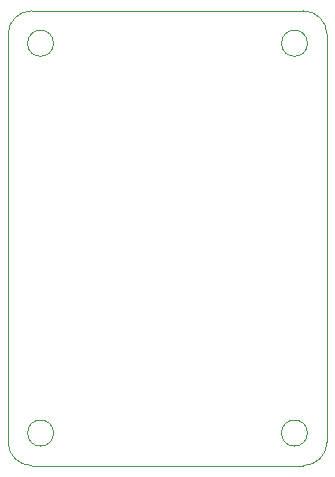
<source format=gko>
G04 Layer_Color=16711935*
%FSLAX44Y44*%
%MOMM*%
G71*
G01*
G75*
%ADD59C,0.0127*%
D59*
X115000Y-192500D02*
G03*
X135000Y-172500I0J20000D01*
G01*
X-135000D02*
G03*
X-115000Y-192500I20000J0D01*
G01*
Y192500D02*
G03*
X-135000Y172500I0J-20000D01*
G01*
X135000D02*
G03*
X115000Y192500I-20000J0D01*
G01*
X-96500Y165000D02*
G03*
X-96500Y165000I-11000J0D01*
G01*
X118500D02*
G03*
X118500Y165000I-11000J0D01*
G01*
X-96500Y-165000D02*
G03*
X-96500Y-165000I-11000J0D01*
G01*
X118500D02*
G03*
X118500Y-165000I-11000J0D01*
G01*
X135000Y-172500D02*
Y172500D01*
X-115000Y-192500D02*
X115000D01*
X-115000Y192500D02*
X115000D01*
X-135000Y-172500D02*
Y172500D01*
M02*

</source>
